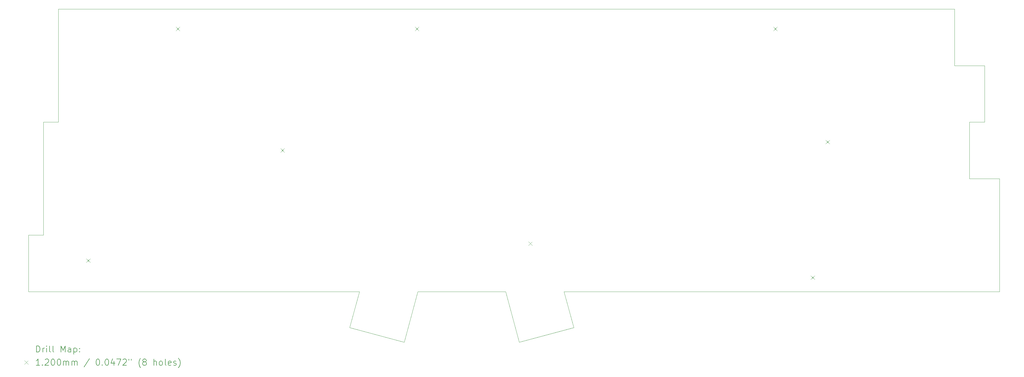
<source format=gbr>
%FSLAX45Y45*%
G04 Gerber Fmt 4.5, Leading zero omitted, Abs format (unit mm)*
G04 Created by KiCad (PCBNEW (6.0.2-0)) date 2022-07-19 14:25:53*
%MOMM*%
%LPD*%
G01*
G04 APERTURE LIST*
%TA.AperFunction,Profile*%
%ADD10C,0.100000*%
%TD*%
%ADD11C,0.200000*%
%ADD12C,0.120000*%
G04 APERTURE END LIST*
D10*
X15440000Y-11040000D02*
X15130000Y-9900000D01*
X28025000Y-6300000D02*
X28025000Y-4500000D01*
X8075000Y-9900000D02*
X8620000Y-9900000D01*
X28500000Y-4500000D02*
X28500000Y-2700000D01*
X28025000Y-4500000D02*
X28500000Y-4500000D01*
X-1425000Y-4500000D02*
X-1425000Y-8100000D01*
X8620000Y-9900000D02*
X8310000Y-11040000D01*
X15200000Y-9900000D02*
X28975000Y-9900000D01*
X-950000Y-900000D02*
X-950000Y-4500000D01*
X10050000Y-11510000D02*
X10480000Y-9900000D01*
X27550000Y-900000D02*
X-950000Y-900000D01*
X-1900000Y-8100000D02*
X-1900000Y-9900000D01*
X10480000Y-9900000D02*
X13270000Y-9900000D01*
X-1425000Y-8100000D02*
X-1900000Y-8100000D01*
X28975000Y-9900000D02*
X28975000Y-6300000D01*
X27550000Y-2700000D02*
X27550000Y-900000D01*
X15130000Y-9900000D02*
X15200000Y-9900000D01*
X-950000Y-4500000D02*
X-1425000Y-4500000D01*
X28975000Y-6300000D02*
X28025000Y-6300000D01*
X13270000Y-9900000D02*
X13700000Y-11510000D01*
X13700000Y-11510000D02*
X15440000Y-11040000D01*
X-1900000Y-9900000D02*
X8075000Y-9900000D01*
X28500000Y-2700000D02*
X27550000Y-2700000D01*
X8310000Y-11040000D02*
X10050000Y-11510000D01*
D11*
D12*
X-60000Y-8850000D02*
X60000Y-8970000D01*
X60000Y-8850000D02*
X-60000Y-8970000D01*
X2790000Y-1470000D02*
X2910000Y-1590000D01*
X2910000Y-1470000D02*
X2790000Y-1590000D01*
X6115000Y-5340000D02*
X6235000Y-5460000D01*
X6235000Y-5340000D02*
X6115000Y-5460000D01*
X10390000Y-1470000D02*
X10510000Y-1590000D01*
X10510000Y-1470000D02*
X10390000Y-1590000D01*
X14000000Y-8310000D02*
X14120000Y-8430000D01*
X14120000Y-8310000D02*
X14000000Y-8430000D01*
X21790000Y-1470000D02*
X21910000Y-1590000D01*
X21910000Y-1470000D02*
X21790000Y-1590000D01*
X22977500Y-9390000D02*
X23097500Y-9510000D01*
X23097500Y-9390000D02*
X22977500Y-9510000D01*
X23452500Y-5070000D02*
X23572500Y-5190000D01*
X23572500Y-5070000D02*
X23452500Y-5190000D01*
D11*
X-1647381Y-11825476D02*
X-1647381Y-11625476D01*
X-1599762Y-11625476D01*
X-1571190Y-11635000D01*
X-1552143Y-11654048D01*
X-1542619Y-11673095D01*
X-1533095Y-11711190D01*
X-1533095Y-11739762D01*
X-1542619Y-11777857D01*
X-1552143Y-11796905D01*
X-1571190Y-11815952D01*
X-1599762Y-11825476D01*
X-1647381Y-11825476D01*
X-1447381Y-11825476D02*
X-1447381Y-11692143D01*
X-1447381Y-11730238D02*
X-1437857Y-11711190D01*
X-1428333Y-11701667D01*
X-1409286Y-11692143D01*
X-1390238Y-11692143D01*
X-1323571Y-11825476D02*
X-1323571Y-11692143D01*
X-1323571Y-11625476D02*
X-1333095Y-11635000D01*
X-1323571Y-11644524D01*
X-1314048Y-11635000D01*
X-1323571Y-11625476D01*
X-1323571Y-11644524D01*
X-1199762Y-11825476D02*
X-1218810Y-11815952D01*
X-1228333Y-11796905D01*
X-1228333Y-11625476D01*
X-1095000Y-11825476D02*
X-1114048Y-11815952D01*
X-1123571Y-11796905D01*
X-1123571Y-11625476D01*
X-866428Y-11825476D02*
X-866428Y-11625476D01*
X-799762Y-11768333D01*
X-733095Y-11625476D01*
X-733095Y-11825476D01*
X-552143Y-11825476D02*
X-552143Y-11720714D01*
X-561667Y-11701667D01*
X-580714Y-11692143D01*
X-618810Y-11692143D01*
X-637857Y-11701667D01*
X-552143Y-11815952D02*
X-571190Y-11825476D01*
X-618810Y-11825476D01*
X-637857Y-11815952D01*
X-647381Y-11796905D01*
X-647381Y-11777857D01*
X-637857Y-11758809D01*
X-618810Y-11749286D01*
X-571190Y-11749286D01*
X-552143Y-11739762D01*
X-456905Y-11692143D02*
X-456905Y-11892143D01*
X-456905Y-11701667D02*
X-437857Y-11692143D01*
X-399762Y-11692143D01*
X-380714Y-11701667D01*
X-371190Y-11711190D01*
X-361667Y-11730238D01*
X-361667Y-11787381D01*
X-371190Y-11806428D01*
X-380714Y-11815952D01*
X-399762Y-11825476D01*
X-437857Y-11825476D01*
X-456905Y-11815952D01*
X-275952Y-11806428D02*
X-266429Y-11815952D01*
X-275952Y-11825476D01*
X-285476Y-11815952D01*
X-275952Y-11806428D01*
X-275952Y-11825476D01*
X-275952Y-11701667D02*
X-266429Y-11711190D01*
X-275952Y-11720714D01*
X-285476Y-11711190D01*
X-275952Y-11701667D01*
X-275952Y-11720714D01*
D12*
X-2025000Y-12095000D02*
X-1905000Y-12215000D01*
X-1905000Y-12095000D02*
X-2025000Y-12215000D01*
D11*
X-1542619Y-12245476D02*
X-1656905Y-12245476D01*
X-1599762Y-12245476D02*
X-1599762Y-12045476D01*
X-1618809Y-12074048D01*
X-1637857Y-12093095D01*
X-1656905Y-12102619D01*
X-1456905Y-12226428D02*
X-1447381Y-12235952D01*
X-1456905Y-12245476D01*
X-1466428Y-12235952D01*
X-1456905Y-12226428D01*
X-1456905Y-12245476D01*
X-1371190Y-12064524D02*
X-1361667Y-12055000D01*
X-1342619Y-12045476D01*
X-1295000Y-12045476D01*
X-1275952Y-12055000D01*
X-1266429Y-12064524D01*
X-1256905Y-12083571D01*
X-1256905Y-12102619D01*
X-1266429Y-12131190D01*
X-1380714Y-12245476D01*
X-1256905Y-12245476D01*
X-1133095Y-12045476D02*
X-1114048Y-12045476D01*
X-1095000Y-12055000D01*
X-1085476Y-12064524D01*
X-1075952Y-12083571D01*
X-1066429Y-12121667D01*
X-1066429Y-12169286D01*
X-1075952Y-12207381D01*
X-1085476Y-12226428D01*
X-1095000Y-12235952D01*
X-1114048Y-12245476D01*
X-1133095Y-12245476D01*
X-1152143Y-12235952D01*
X-1161667Y-12226428D01*
X-1171190Y-12207381D01*
X-1180714Y-12169286D01*
X-1180714Y-12121667D01*
X-1171190Y-12083571D01*
X-1161667Y-12064524D01*
X-1152143Y-12055000D01*
X-1133095Y-12045476D01*
X-942619Y-12045476D02*
X-923571Y-12045476D01*
X-904524Y-12055000D01*
X-895000Y-12064524D01*
X-885476Y-12083571D01*
X-875952Y-12121667D01*
X-875952Y-12169286D01*
X-885476Y-12207381D01*
X-895000Y-12226428D01*
X-904524Y-12235952D01*
X-923571Y-12245476D01*
X-942619Y-12245476D01*
X-961667Y-12235952D01*
X-971190Y-12226428D01*
X-980714Y-12207381D01*
X-990238Y-12169286D01*
X-990238Y-12121667D01*
X-980714Y-12083571D01*
X-971190Y-12064524D01*
X-961667Y-12055000D01*
X-942619Y-12045476D01*
X-790238Y-12245476D02*
X-790238Y-12112143D01*
X-790238Y-12131190D02*
X-780714Y-12121667D01*
X-761667Y-12112143D01*
X-733095Y-12112143D01*
X-714048Y-12121667D01*
X-704524Y-12140714D01*
X-704524Y-12245476D01*
X-704524Y-12140714D02*
X-695000Y-12121667D01*
X-675952Y-12112143D01*
X-647381Y-12112143D01*
X-628333Y-12121667D01*
X-618810Y-12140714D01*
X-618810Y-12245476D01*
X-523571Y-12245476D02*
X-523571Y-12112143D01*
X-523571Y-12131190D02*
X-514048Y-12121667D01*
X-495000Y-12112143D01*
X-466428Y-12112143D01*
X-447381Y-12121667D01*
X-437857Y-12140714D01*
X-437857Y-12245476D01*
X-437857Y-12140714D02*
X-428333Y-12121667D01*
X-409286Y-12112143D01*
X-380714Y-12112143D01*
X-361667Y-12121667D01*
X-352143Y-12140714D01*
X-352143Y-12245476D01*
X38333Y-12035952D02*
X-133095Y-12293095D01*
X295476Y-12045476D02*
X314524Y-12045476D01*
X333571Y-12055000D01*
X343095Y-12064524D01*
X352619Y-12083571D01*
X362143Y-12121667D01*
X362143Y-12169286D01*
X352619Y-12207381D01*
X343095Y-12226428D01*
X333571Y-12235952D01*
X314524Y-12245476D01*
X295476Y-12245476D01*
X276429Y-12235952D01*
X266905Y-12226428D01*
X257381Y-12207381D01*
X247857Y-12169286D01*
X247857Y-12121667D01*
X257381Y-12083571D01*
X266905Y-12064524D01*
X276429Y-12055000D01*
X295476Y-12045476D01*
X447857Y-12226428D02*
X457381Y-12235952D01*
X447857Y-12245476D01*
X438333Y-12235952D01*
X447857Y-12226428D01*
X447857Y-12245476D01*
X581190Y-12045476D02*
X600238Y-12045476D01*
X619286Y-12055000D01*
X628810Y-12064524D01*
X638333Y-12083571D01*
X647857Y-12121667D01*
X647857Y-12169286D01*
X638333Y-12207381D01*
X628810Y-12226428D01*
X619286Y-12235952D01*
X600238Y-12245476D01*
X581190Y-12245476D01*
X562143Y-12235952D01*
X552619Y-12226428D01*
X543095Y-12207381D01*
X533571Y-12169286D01*
X533571Y-12121667D01*
X543095Y-12083571D01*
X552619Y-12064524D01*
X562143Y-12055000D01*
X581190Y-12045476D01*
X819286Y-12112143D02*
X819286Y-12245476D01*
X771667Y-12035952D02*
X724048Y-12178809D01*
X847857Y-12178809D01*
X905000Y-12045476D02*
X1038333Y-12045476D01*
X952619Y-12245476D01*
X1105000Y-12064524D02*
X1114524Y-12055000D01*
X1133571Y-12045476D01*
X1181190Y-12045476D01*
X1200238Y-12055000D01*
X1209762Y-12064524D01*
X1219286Y-12083571D01*
X1219286Y-12102619D01*
X1209762Y-12131190D01*
X1095476Y-12245476D01*
X1219286Y-12245476D01*
X1295476Y-12045476D02*
X1295476Y-12083571D01*
X1371667Y-12045476D02*
X1371667Y-12083571D01*
X1666905Y-12321667D02*
X1657381Y-12312143D01*
X1638333Y-12283571D01*
X1628809Y-12264524D01*
X1619286Y-12235952D01*
X1609762Y-12188333D01*
X1609762Y-12150238D01*
X1619286Y-12102619D01*
X1628809Y-12074048D01*
X1638333Y-12055000D01*
X1657381Y-12026428D01*
X1666905Y-12016905D01*
X1771667Y-12131190D02*
X1752619Y-12121667D01*
X1743095Y-12112143D01*
X1733571Y-12093095D01*
X1733571Y-12083571D01*
X1743095Y-12064524D01*
X1752619Y-12055000D01*
X1771667Y-12045476D01*
X1809762Y-12045476D01*
X1828809Y-12055000D01*
X1838333Y-12064524D01*
X1847857Y-12083571D01*
X1847857Y-12093095D01*
X1838333Y-12112143D01*
X1828809Y-12121667D01*
X1809762Y-12131190D01*
X1771667Y-12131190D01*
X1752619Y-12140714D01*
X1743095Y-12150238D01*
X1733571Y-12169286D01*
X1733571Y-12207381D01*
X1743095Y-12226428D01*
X1752619Y-12235952D01*
X1771667Y-12245476D01*
X1809762Y-12245476D01*
X1828809Y-12235952D01*
X1838333Y-12226428D01*
X1847857Y-12207381D01*
X1847857Y-12169286D01*
X1838333Y-12150238D01*
X1828809Y-12140714D01*
X1809762Y-12131190D01*
X2085952Y-12245476D02*
X2085952Y-12045476D01*
X2171667Y-12245476D02*
X2171667Y-12140714D01*
X2162143Y-12121667D01*
X2143095Y-12112143D01*
X2114524Y-12112143D01*
X2095476Y-12121667D01*
X2085952Y-12131190D01*
X2295476Y-12245476D02*
X2276429Y-12235952D01*
X2266905Y-12226428D01*
X2257381Y-12207381D01*
X2257381Y-12150238D01*
X2266905Y-12131190D01*
X2276429Y-12121667D01*
X2295476Y-12112143D01*
X2324048Y-12112143D01*
X2343095Y-12121667D01*
X2352619Y-12131190D01*
X2362143Y-12150238D01*
X2362143Y-12207381D01*
X2352619Y-12226428D01*
X2343095Y-12235952D01*
X2324048Y-12245476D01*
X2295476Y-12245476D01*
X2476429Y-12245476D02*
X2457381Y-12235952D01*
X2447857Y-12216905D01*
X2447857Y-12045476D01*
X2628810Y-12235952D02*
X2609762Y-12245476D01*
X2571667Y-12245476D01*
X2552619Y-12235952D01*
X2543095Y-12216905D01*
X2543095Y-12140714D01*
X2552619Y-12121667D01*
X2571667Y-12112143D01*
X2609762Y-12112143D01*
X2628810Y-12121667D01*
X2638333Y-12140714D01*
X2638333Y-12159762D01*
X2543095Y-12178809D01*
X2714524Y-12235952D02*
X2733571Y-12245476D01*
X2771667Y-12245476D01*
X2790714Y-12235952D01*
X2800238Y-12216905D01*
X2800238Y-12207381D01*
X2790714Y-12188333D01*
X2771667Y-12178809D01*
X2743095Y-12178809D01*
X2724048Y-12169286D01*
X2714524Y-12150238D01*
X2714524Y-12140714D01*
X2724048Y-12121667D01*
X2743095Y-12112143D01*
X2771667Y-12112143D01*
X2790714Y-12121667D01*
X2866905Y-12321667D02*
X2876428Y-12312143D01*
X2895476Y-12283571D01*
X2905000Y-12264524D01*
X2914524Y-12235952D01*
X2924048Y-12188333D01*
X2924048Y-12150238D01*
X2914524Y-12102619D01*
X2905000Y-12074048D01*
X2895476Y-12055000D01*
X2876428Y-12026428D01*
X2866905Y-12016905D01*
M02*

</source>
